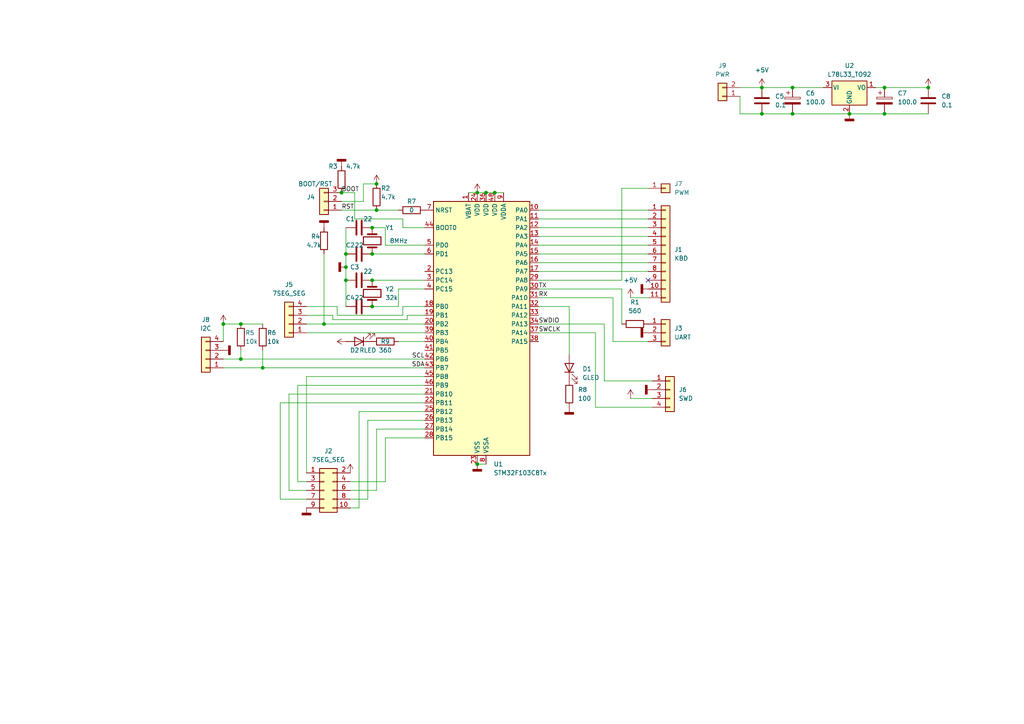
<source format=kicad_sch>
(kicad_sch (version 20230121) (generator eeschema)
  (paper "A4")
  (lib_symbols
    (symbol "Connector_Generic:Conn_01x01" (pin_names (offset 1.016) hide)
      (property "Reference" "J" (at 0 2.54 0))
      (property "Value" "Conn_01x01" (at 0 -2.54 0))
      (symbol "Conn_01x01_1_1"
        (rectangle (start -1.27 0.127) (end 0 -0.127) (stroke (width 0.1524)))
        (rectangle (start -1.27 1.27) (end 1.27 -1.27) (stroke (width 0.254)) (fill (type background)))
        (pin passive line (at -5.08 0 0) (length 3.81) (name "Pin_1") (number "1"))
      )
    )
    (symbol "Connector_Generic:Conn_01x02" (pin_names (offset 1.016) hide)
      (property "Reference" "J" (at 0 2.54 0))
      (property "Value" "Conn_01x02" (at 0 -5.08 0))
      (symbol "Conn_01x02_1_1"
        (rectangle (start -1.27 -2.413) (end 0 -2.667) (stroke (width 0.1524)))
        (rectangle (start -1.27 0.127) (end 0 -0.127) (stroke (width 0.1524)))
        (rectangle (start -1.27 1.27) (end 1.27 -3.81) (stroke (width 0.254)) (fill (type background)))
        (pin passive line (at -5.08 0 0) (length 3.81) (name "Pin_1") (number "1"))
        (pin passive line (at -5.08 -2.54 0) (length 3.81) (name "Pin_2") (number "2"))
      )
    )
    (symbol "Connector_Generic:Conn_01x03" (pin_names (offset 1.016) hide)
      (property "Reference" "J" (at 0 5.08 0))
      (property "Value" "Conn_01x03" (at 0 -5.08 0))
      (symbol "Conn_01x03_1_1"
        (rectangle (start -1.27 -2.413) (end 0 -2.667) (stroke (width 0.1524)))
        (rectangle (start -1.27 0.127) (end 0 -0.127) (stroke (width 0.1524)))
        (rectangle (start -1.27 2.667) (end 0 2.413) (stroke (width 0.1524)))
        (rectangle (start -1.27 3.81) (end 1.27 -3.81) (stroke (width 0.254)) (fill (type background)))
        (pin passive line (at -5.08 2.54 0) (length 3.81) (name "Pin_1") (number "1"))
        (pin passive line (at -5.08 0 0) (length 3.81) (name "Pin_2") (number "2"))
        (pin passive line (at -5.08 -2.54 0) (length 3.81) (name "Pin_3") (number "3"))
      )
    )
    (symbol "Connector_Generic:Conn_01x04" (pin_names (offset 1.016) hide)
      (property "Reference" "J" (at 0 5.08 0))
      (property "Value" "Conn_01x04" (at 0 -7.62 0))
      (symbol "Conn_01x04_1_1"
        (rectangle (start -1.27 -4.953) (end 0 -5.207) (stroke (width 0.1524)))
        (rectangle (start -1.27 -2.413) (end 0 -2.667) (stroke (width 0.1524)))
        (rectangle (start -1.27 0.127) (end 0 -0.127) (stroke (width 0.1524)))
        (rectangle (start -1.27 2.667) (end 0 2.413) (stroke (width 0.1524)))
        (rectangle (start -1.27 3.81) (end 1.27 -6.35) (stroke (width 0.254)) (fill (type background)))
        (pin passive line (at -5.08 2.54 0) (length 3.81) (name "Pin_1") (number "1"))
        (pin passive line (at -5.08 0 0) (length 3.81) (name "Pin_2") (number "2"))
        (pin passive line (at -5.08 -2.54 0) (length 3.81) (name "Pin_3") (number "3"))
        (pin passive line (at -5.08 -5.08 0) (length 3.81) (name "Pin_4") (number "4"))
      )
    )
    (symbol "Connector_Generic:Conn_01x11" (pin_names (offset 1.016) hide)
      (property "Reference" "J" (at 0 15.24 0))
      (property "Value" "Conn_01x11" (at 0 -15.24 0))
      (symbol "Conn_01x11_1_1"
        (rectangle (start -1.27 -12.573) (end 0 -12.827) (stroke (width 0.1524)))
        (rectangle (start -1.27 -10.033) (end 0 -10.287) (stroke (width 0.1524)))
        (rectangle (start -1.27 -7.493) (end 0 -7.747) (stroke (width 0.1524)))
        (rectangle (start -1.27 -4.953) (end 0 -5.207) (stroke (width 0.1524)))
        (rectangle (start -1.27 -2.413) (end 0 -2.667) (stroke (width 0.1524)))
        (rectangle (start -1.27 0.127) (end 0 -0.127) (stroke (width 0.1524)))
        (rectangle (start -1.27 2.667) (end 0 2.413) (stroke (width 0.1524)))
        (rectangle (start -1.27 5.207) (end 0 4.953) (stroke (width 0.1524)))
        (rectangle (start -1.27 7.747) (end 0 7.493) (stroke (width 0.1524)))
        (rectangle (start -1.27 10.287) (end 0 10.033) (stroke (width 0.1524)))
        (rectangle (start -1.27 12.827) (end 0 12.573) (stroke (width 0.1524)))
        (rectangle (start -1.27 13.97) (end 1.27 -13.97) (stroke (width 0.254)) (fill (type background)))
        (pin passive line (at -5.08 12.7 0) (length 3.81) (name "Pin_1") (number "1"))
        (pin passive line (at -5.08 -10.16 0) (length 3.81) (name "Pin_10") (number "10"))
        (pin passive line (at -5.08 -12.7 0) (length 3.81) (name "Pin_11") (number "11"))
        (pin passive line (at -5.08 10.16 0) (length 3.81) (name "Pin_2") (number "2"))
        (pin passive line (at -5.08 7.62 0) (length 3.81) (name "Pin_3") (number "3"))
        (pin passive line (at -5.08 5.08 0) (length 3.81) (name "Pin_4") (number "4"))
        (pin passive line (at -5.08 2.54 0) (length 3.81) (name "Pin_5") (number "5"))
        (pin passive line (at -5.08 0 0) (length 3.81) (name "Pin_6") (number "6"))
        (pin passive line (at -5.08 -2.54 0) (length 3.81) (name "Pin_7") (number "7"))
        (pin passive line (at -5.08 -5.08 0) (length 3.81) (name "Pin_8") (number "8"))
        (pin passive line (at -5.08 -7.62 0) (length 3.81) (name "Pin_9") (number "9"))
      )
    )
    (symbol "Connector_Generic:Conn_02x05_Odd_Even" (pin_names (offset 1.016) hide)
      (property "Reference" "J" (at 1.27 7.62 0))
      (property "Value" "Conn_02x05_Odd_Even" (at 1.27 -7.62 0))
      (symbol "Conn_02x05_Odd_Even_1_1"
        (rectangle (start -1.27 -4.953) (end 0 -5.207) (stroke (width 0.1524)))
        (rectangle (start -1.27 -2.413) (end 0 -2.667) (stroke (width 0.1524)))
        (rectangle (start -1.27 0.127) (end 0 -0.127) (stroke (width 0.1524)))
        (rectangle (start -1.27 2.667) (end 0 2.413) (stroke (width 0.1524)))
        (rectangle (start -1.27 5.207) (end 0 4.953) (stroke (width 0.1524)))
        (rectangle (start -1.27 6.35) (end 3.81 -6.35) (stroke (width 0.254)) (fill (type background)))
        (rectangle (start 3.81 -4.953) (end 2.54 -5.207) (stroke (width 0.1524)))
        (rectangle (start 3.81 -2.413) (end 2.54 -2.667) (stroke (width 0.1524)))
        (rectangle (start 3.81 0.127) (end 2.54 -0.127) (stroke (width 0.1524)))
        (rectangle (start 3.81 2.667) (end 2.54 2.413) (stroke (width 0.1524)))
        (rectangle (start 3.81 5.207) (end 2.54 4.953) (stroke (width 0.1524)))
        (pin passive line (at -5.08 5.08 0) (length 3.81) (name "Pin_1") (number "1"))
        (pin passive line (at 7.62 -5.08 180) (length 3.81) (name "Pin_10") (number "10"))
        (pin passive line (at 7.62 5.08 180) (length 3.81) (name "Pin_2") (number "2"))
        (pin passive line (at -5.08 2.54 0) (length 3.81) (name "Pin_3") (number "3"))
        (pin passive line (at 7.62 2.54 180) (length 3.81) (name "Pin_4") (number "4"))
        (pin passive line (at -5.08 0 0) (length 3.81) (name "Pin_5") (number "5"))
        (pin passive line (at 7.62 0 180) (length 3.81) (name "Pin_6") (number "6"))
        (pin passive line (at -5.08 -2.54 0) (length 3.81) (name "Pin_7") (number "7"))
        (pin passive line (at 7.62 -2.54 180) (length 3.81) (name "Pin_8") (number "8"))
        (pin passive line (at -5.08 -5.08 0) (length 3.81) (name "Pin_9") (number "9"))
      )
    )
    (symbol "Device:C" (pin_numbers hide) (pin_names (offset 0.254))
      (property "Reference" "C" (at 0.635 2.54 0))
      (property "Value" "C" (at 0.635 -2.54 0))
      (symbol "C_0_1"
        (polyline (pts (xy -2.032 -0.762) (xy 2.032 -0.762)) (stroke (width 0.508)))
        (polyline (pts (xy -2.032 0.762) (xy 2.032 0.762)) (stroke (width 0.508)))
      )
      (symbol "C_1_1"
        (pin passive line (at 0 3.81 270) (length 2.794) (name "~") (number "1"))
        (pin passive line (at 0 -3.81 90) (length 2.794) (name "~") (number "2"))
      )
    )
    (symbol "Device:C_Polarized" (pin_numbers hide) (pin_names (offset 0.254))
      (property "Reference" "C" (at 0.635 2.54 0))
      (property "Value" "C_Polarized" (at 0.635 -2.54 0))
      (symbol "C_Polarized_0_1"
        (rectangle (start -2.286 0.508) (end 2.286 1.016))
        (polyline (pts (xy -1.778 2.286) (xy -0.762 2.286)))
        (polyline (pts (xy -1.27 2.794) (xy -1.27 1.778)))
        (rectangle (start 2.286 -0.508) (end -2.286 -1.016) (fill (type outline)))
      )
      (symbol "C_Polarized_1_1"
        (pin passive line (at 0 3.81 270) (length 2.794) (name "~") (number "1"))
        (pin passive line (at 0 -3.81 90) (length 2.794) (name "~") (number "2"))
      )
    )
    (symbol "Device:Crystal" (pin_numbers hide) (pin_names (offset 1.016) hide)
      (property "Reference" "Y" (at 0 3.81 0))
      (property "Value" "Crystal" (at 0 -3.81 0))
      (symbol "Crystal_0_1"
        (rectangle (start -1.143 2.54) (end 1.143 -2.54) (stroke (width 0.3048)))
        (polyline (pts (xy -2.54 0) (xy -1.905 0)))
        (polyline (pts (xy -1.905 -1.27) (xy -1.905 1.27)) (stroke (width 0.508)))
        (polyline (pts (xy 1.905 -1.27) (xy 1.905 1.27)) (stroke (width 0.508)))
        (polyline (pts (xy 2.54 0) (xy 1.905 0)))
      )
      (symbol "Crystal_1_1"
        (pin passive line (at -3.81 0 0) (length 1.27) (name "1") (number "1"))
        (pin passive line (at 3.81 0 180) (length 1.27) (name "2") (number "2"))
      )
    )
    (symbol "Device:LED" (pin_numbers hide) (pin_names (offset 1.016) hide)
      (property "Reference" "D" (at 0 2.54 0))
      (property "Value" "LED" (at 0 -2.54 0))
      (symbol "LED_0_1"
        (polyline (pts (xy -1.27 -1.27) (xy -1.27 1.27)) (stroke (width 0.254)))
        (polyline (pts (xy -1.27 0) (xy 1.27 0)))
        (polyline (pts (xy 1.27 -1.27) (xy 1.27 1.27) (xy -1.27 0) (xy 1.27 -1.27)) (stroke (width 0.254)))
        (polyline (pts (xy -3.048 -0.762) (xy -4.572 -2.286) (xy -3.81 -2.286) (xy -4.572 -2.286) (xy -4.572 -1.524)))
        (polyline (pts (xy -1.778 -0.762) (xy -3.302 -2.286) (xy -2.54 -2.286) (xy -3.302 -2.286) (xy -3.302 -1.524)))
      )
      (symbol "LED_1_1"
        (pin passive line (at -3.81 0 0) (length 2.54) (name "K") (number "1"))
        (pin passive line (at 3.81 0 180) (length 2.54) (name "A") (number "2"))
      )
    )
    (symbol "Device:R" (pin_numbers hide) (pin_names (offset 0))
      (property "Reference" "R" (at 2.032 0 90))
      (property "Value" "R" (at 0 0 90))
      (symbol "R_0_1"
        (rectangle (start -1.016 -2.54) (end 1.016 2.54) (stroke (width 0.254)))
      )
      (symbol "R_1_1"
        (pin passive line (at 0 3.81 270) (length 1.27) (name "~") (number "1"))
        (pin passive line (at 0 -3.81 90) (length 1.27) (name "~") (number "2"))
      )
    )
    (symbol "MCU_ST_STM32F1:STM32F103C8Tx"
      (property "Reference" "U" (at -12.7 39.37 0))
      (property "Value" "STM32F103C8Tx" (at 10.16 39.37 0))
      (symbol "STM32F103C8Tx_0_1"
        (rectangle (start -12.7 -35.56) (end 15.24 38.1) (stroke (width 0.254)) (fill (type background)))
      )
      (symbol "STM32F103C8Tx_1_1"
        (pin power_in line (at -2.54 40.64 270) (length 2.54) (name "VBAT") (number "1"))
        (pin bidirectional line (at 17.78 35.56 180) (length 2.54) (name "PA0") (number "10"))
        (pin bidirectional line (at 17.78 33.02 180) (length 2.54) (name "PA1") (number "11"))
        (pin bidirectional line (at 17.78 30.48 180) (length 2.54) (name "PA2") (number "12"))
        (pin bidirectional line (at 17.78 27.94 180) (length 2.54) (name "PA3") (number "13"))
        (pin bidirectional line (at 17.78 25.4 180) (length 2.54) (name "PA4") (number "14"))
        (pin bidirectional line (at 17.78 22.86 180) (length 2.54) (name "PA5") (number "15"))
        (pin bidirectional line (at 17.78 20.32 180) (length 2.54) (name "PA6") (number "16"))
        (pin bidirectional line (at 17.78 17.78 180) (length 2.54) (name "PA7") (number "17"))
        (pin bidirectional line (at -15.24 7.62 0) (length 2.54) (name "PB0") (number "18"))
        (pin bidirectional line (at -15.24 5.08 0) (length 2.54) (name "PB1") (number "19"))
        (pin bidirectional line (at -15.24 17.78 0) (length 2.54) (name "PC13") (number "2"))
        (pin bidirectional line (at -15.24 2.54 0) (length 2.54) (name "PB2") (number "20"))
        (pin bidirectional line (at -15.24 -17.78 0) (length 2.54) (name "PB10") (number "21"))
        (pin bidirectional line (at -15.24 -20.32 0) (length 2.54) (name "PB11") (number "22"))
        (pin power_in line (at 0 -38.1 90) (length 2.54) (name "VSS") (number "23"))
        (pin power_in line (at 0 40.64 270) (length 2.54) (name "VDD") (number "24"))
        (pin bidirectional line (at -15.24 -22.86 0) (length 2.54) (name "PB12") (number "25"))
        (pin bidirectional line (at -15.24 -25.4 0) (length 2.54) (name "PB13") (number "26"))
        (pin bidirectional line (at -15.24 -27.94 0) (length 2.54) (name "PB14") (number "27"))
        (pin bidirectional line (at -15.24 -30.48 0) (length 2.54) (name "PB15") (number "28"))
        (pin bidirectional line (at 17.78 15.24 180) (length 2.54) (name "PA8") (number "29"))
        (pin bidirectional line (at -15.24 15.24 0) (length 2.54) (name "PC14") (number "3"))
        (pin bidirectional line (at 17.78 12.7 180) (length 2.54) (name "PA9") (number "30"))
        (pin bidirectional line (at 17.78 10.16 180) (length 2.54) (name "PA10") (number "31"))
        (pin bidirectional line (at 17.78 7.62 180) (length 2.54) (name "PA11") (number "32"))
        (pin bidirectional line (at 17.78 5.08 180) (length 2.54) (name "PA12") (number "33"))
        (pin bidirectional line (at 17.78 2.54 180) (length 2.54) (name "PA13") (number "34"))
        (pin passive line (at 0 -38.1 90) (length 2.54) hide (name "VSS") (number "35"))
        (pin power_in line (at 2.54 40.64 270) (length 2.54) (name "VDD") (number "36"))
        (pin bidirectional line (at 17.78 0 180) (length 2.54) (name "PA14") (number "37"))
        (pin bidirectional line (at 17.78 -2.54 180) (length 2.54) (name "PA15") (number "38"))
        (pin bidirectional line (at -15.24 0 0) (length 2.54) (name "PB3") (number "39"))
        (pin bidirectional line (at -15.24 12.7 0) (length 2.54) (name "PC15") (number "4"))
        (pin bidirectional line (at -15.24 -2.54 0) (length 2.54) (name "PB4") (number "40"))
        (pin bidirectional line (at -15.24 -5.08 0) (length 2.54) (name "PB5") (number "41"))
        (pin bidirectional line (at -15.24 -7.62 0) (length 2.54) (name "PB6") (number "42"))
        (pin bidirectional line (at -15.24 -10.16 0) (length 2.54) (name "PB7") (number "43"))
        (pin input line (at -15.24 30.48 0) (length 2.54) (name "BOOT0") (number "44"))
        (pin bidirectional line (at -15.24 -12.7 0) (length 2.54) (name "PB8") (number "45"))
        (pin bidirectional line (at -15.24 -15.24 0) (length 2.54) (name "PB9") (number "46"))
        (pin passive line (at 0 -38.1 90) (length 2.54) hide (name "VSS") (number "47"))
        (pin power_in line (at 5.08 40.64 270) (length 2.54) (name "VDD") (number "48"))
        (pin bidirectional line (at -15.24 25.4 0) (length 2.54) (name "PD0") (number "5"))
        (pin bidirectional line (at -15.24 22.86 0) (length 2.54) (name "PD1") (number "6"))
        (pin input line (at -15.24 35.56 0) (length 2.54) (name "NRST") (number "7"))
        (pin power_in line (at 2.54 -38.1 90) (length 2.54) (name "VSSA") (number "8"))
        (pin power_in line (at 7.62 40.64 270) (length 2.54) (name "VDDA") (number "9"))
      )
    )
    (symbol "Regulator_Linear:L78L33_TO92" (pin_names (offset 0.254))
      (property "Reference" "U" (at -3.81 3.175 0))
      (property "Value" "L78L33_TO92" (at 0 3.175 0))
      (symbol "L78L33_TO92_0_1"
        (rectangle (start -5.08 -5.08) (end 5.08 1.905) (stroke (width 0.254)) (fill (type background)))
      )
      (symbol "L78L33_TO92_1_1"
        (pin power_out line (at 7.62 0 180) (length 2.54) (name "VO") (number "1"))
        (pin power_in line (at 0 -7.62 90) (length 2.54) (name "GND") (number "2"))
        (pin power_in line (at -7.62 0 0) (length 2.54) (name "VI") (number "3"))
      )
    )
    (symbol "power:+5V" (power) (pin_names (offset 0))
      (property "Value" "+5V" (at 0 3.556 0))
      (symbol "+5V_0_1"
        (polyline (pts (xy -0.762 1.27) (xy 0 2.54)))
        (polyline (pts (xy 0 0) (xy 0 2.54)))
        (polyline (pts (xy 0 2.54) (xy 0.762 1.27)))
      )
      (symbol "+5V_1_1"
        (pin power_in line (at 0 0 90) (length 0) hide (name "+5V") (number "1"))
      )
    )
    (symbol "power:GNDD" (power) (pin_names (offset 0))
      (property "Value" "GNDD" (at 0 -3.175 0))
      (symbol "GNDD_0_1"
        (rectangle (start -1.27 -1.524) (end 1.27 -2.032) (stroke (width 0.254)) (fill (type outline)))
        (polyline (pts (xy 0 0) (xy 0 -1.524)))
      )
      (symbol "GNDD_1_1"
        (pin power_in line (at 0 0 270) (length 0) hide (name "GNDD") (number "1"))
      )
    )
    (symbol "power:VCC" (power) (pin_names (offset 0))
      (property "Value" "VCC" (at 0 3.81 0))
      (symbol "VCC_0_1"
        (polyline (pts (xy -0.762 1.27) (xy 0 2.54)))
        (polyline (pts (xy 0 0) (xy 0 2.54)))
        (polyline (pts (xy 0 2.54) (xy 0.762 1.27)))
      )
      (symbol "VCC_1_1"
        (pin power_in line (at 0 0 90) (length 0) hide (name "VCC") (number "1"))
      )
    )
  )
  (junction (at 220.98 33.02))
  (junction (at 64.77 93.98))
  (junction (at 107.95 66.04))
  (junction (at 109.22 60.96))
  (junction (at 93.98 93.98))
  (junction (at 140.97 55.88))
  (junction (at 69.85 93.98))
  (junction (at 109.22 53.34))
  (junction (at 100.33 77.47))
  (junction (at 143.51 55.88))
  (junction (at 246.38 33.02))
  (junction (at 138.43 55.88))
  (junction (at 100.33 73.66))
  (junction (at 256.54 33.02))
  (junction (at 107.95 81.28))
  (junction (at 107.95 88.9))
  (junction (at 229.87 25.4))
  (junction (at 269.24 25.4))
  (junction (at 256.54 25.4))
  (junction (at 107.95 73.66))
  (junction (at 69.85 104.14))
  (junction (at 99.06 55.88))
  (junction (at 76.2 106.68))
  (junction (at 138.43 134.62))
  (junction (at 220.98 25.4))
  (junction (at 229.87 33.02))
  (junction (at 100.33 81.28))
  (no_connect (at 187.96 81.28))
  (wire (pts (xy 156.21 88.9) (xy 165.1 88.9)))
  (wire (pts (xy 123.19 127) (xy 111.76 127)))
  (wire (pts (xy 69.85 101.6) (xy 69.85 104.14)))
  (wire (pts (xy 104.14 147.32) (xy 101.6 147.32)))
  (wire (pts (xy 156.21 78.74) (xy 187.96 78.74)))
  (wire (pts (xy 220.98 33.02) (xy 229.87 33.02)))
  (wire (pts (xy 96.52 91.44) (xy 96.52 92.71)))
  (wire (pts (xy 156.21 68.58) (xy 187.96 68.58)))
  (wire (pts (xy 93.98 93.98) (xy 93.98 73.66)))
  (wire (pts (xy 123.19 109.22) (xy 88.9 109.22)))
  (wire (pts (xy 88.9 88.9) (xy 97.79 88.9)))
  (wire (pts (xy 81.28 144.78) (xy 88.9 144.78)))
  (wire (pts (xy 116.84 88.9) (xy 123.19 88.9)))
  (wire (pts (xy 111.76 127) (xy 111.76 139.7)))
  (wire (pts (xy 106.68 121.92) (xy 106.68 144.78)))
  (wire (pts (xy 165.1 88.9) (xy 165.1 102.87)))
  (wire (pts (xy 214.63 33.02) (xy 220.98 33.02)))
  (wire (pts (xy 100.33 81.28) (xy 100.33 88.9)))
  (wire (pts (xy 64.77 93.98) (xy 69.85 93.98)))
  (wire (pts (xy 254 25.4) (xy 256.54 25.4)))
  (wire (pts (xy 156.21 73.66) (xy 187.96 73.66)))
  (wire (pts (xy 102.87 63.5) (xy 116.84 63.5)))
  (wire (pts (xy 180.34 83.82) (xy 180.34 93.98)))
  (wire (pts (xy 111.76 66.04) (xy 107.95 66.04)))
  (wire (pts (xy 156.21 66.04) (xy 187.96 66.04)))
  (wire (pts (xy 182.88 86.36) (xy 187.96 86.36)))
  (wire (pts (xy 123.19 111.76) (xy 86.36 111.76)))
  (wire (pts (xy 175.26 93.98) (xy 175.26 110.49)))
  (wire (pts (xy 107.95 81.28) (xy 123.19 81.28)))
  (wire (pts (xy 143.51 55.88) (xy 146.05 55.88)))
  (wire (pts (xy 64.77 104.14) (xy 69.85 104.14)))
  (wire (pts (xy 116.84 66.04) (xy 123.19 66.04)))
  (wire (pts (xy 115.57 99.06) (xy 123.19 99.06)))
  (wire (pts (xy 99.06 60.96) (xy 109.22 60.96)))
  (wire (pts (xy 156.21 76.2) (xy 187.96 76.2)))
  (wire (pts (xy 64.77 93.98) (xy 64.77 99.06)))
  (wire (pts (xy 105.41 53.34) (xy 105.41 58.42)))
  (wire (pts (xy 123.19 71.12) (xy 111.76 71.12)))
  (wire (pts (xy 180.34 81.28) (xy 180.34 54.61)))
  (wire (pts (xy 116.84 91.44) (xy 116.84 88.9)))
  (wire (pts (xy 111.76 71.12) (xy 111.76 66.04)))
  (wire (pts (xy 123.19 114.3) (xy 83.82 114.3)))
  (wire (pts (xy 177.8 86.36) (xy 177.8 99.06)))
  (wire (pts (xy 177.8 99.06) (xy 187.96 99.06)))
  (wire (pts (xy 69.85 104.14) (xy 123.19 104.14)))
  (wire (pts (xy 172.72 118.11) (xy 189.23 118.11)))
  (wire (pts (xy 118.11 92.71) (xy 118.11 91.44)))
  (wire (pts (xy 214.63 25.4) (xy 220.98 25.4)))
  (wire (pts (xy 156.21 96.52) (xy 172.72 96.52)))
  (wire (pts (xy 118.11 91.44) (xy 123.19 91.44)))
  (wire (pts (xy 115.57 83.82) (xy 115.57 88.9)))
  (wire (pts (xy 97.79 91.44) (xy 116.84 91.44)))
  (wire (pts (xy 123.19 121.92) (xy 106.68 121.92)))
  (wire (pts (xy 115.57 88.9) (xy 107.95 88.9)))
  (wire (pts (xy 76.2 106.68) (xy 123.19 106.68)))
  (wire (pts (xy 246.38 33.02) (xy 256.54 33.02)))
  (wire (pts (xy 256.54 25.4) (xy 269.24 25.4)))
  (wire (pts (xy 100.33 66.04) (xy 100.33 73.66)))
  (wire (pts (xy 109.22 142.24) (xy 101.6 142.24)))
  (wire (pts (xy 256.54 33.02) (xy 269.24 33.02)))
  (wire (pts (xy 88.9 91.44) (xy 96.52 91.44)))
  (wire (pts (xy 214.63 27.94) (xy 214.63 33.02)))
  (wire (pts (xy 156.21 63.5) (xy 187.96 63.5)))
  (wire (pts (xy 97.79 88.9) (xy 97.79 91.44)))
  (wire (pts (xy 172.72 96.52) (xy 172.72 118.11)))
  (wire (pts (xy 116.84 63.5) (xy 116.84 66.04)))
  (wire (pts (xy 229.87 33.02) (xy 246.38 33.02)))
  (wire (pts (xy 102.87 55.88) (xy 99.06 55.88)))
  (wire (pts (xy 156.21 60.96) (xy 187.96 60.96)))
  (wire (pts (xy 69.85 93.98) (xy 76.2 93.98)))
  (wire (pts (xy 86.36 111.76) (xy 86.36 139.7)))
  (wire (pts (xy 64.77 106.68) (xy 76.2 106.68)))
  (wire (pts (xy 106.68 144.78) (xy 101.6 144.78)))
  (wire (pts (xy 107.95 73.66) (xy 123.19 73.66)))
  (wire (pts (xy 123.19 119.38) (xy 104.14 119.38)))
  (wire (pts (xy 109.22 124.46) (xy 109.22 142.24)))
  (wire (pts (xy 156.21 93.98) (xy 175.26 93.98)))
  (wire (pts (xy 76.2 101.6) (xy 76.2 106.68)))
  (wire (pts (xy 182.88 115.57) (xy 189.23 115.57)))
  (wire (pts (xy 123.19 83.82) (xy 115.57 83.82)))
  (wire (pts (xy 83.82 114.3) (xy 83.82 142.24)))
  (wire (pts (xy 100.33 77.47) (xy 100.33 81.28)))
  (wire (pts (xy 175.26 110.49) (xy 189.23 110.49)))
  (wire (pts (xy 229.87 25.4) (xy 238.76 25.4)))
  (wire (pts (xy 138.43 134.62) (xy 140.97 134.62)))
  (wire (pts (xy 105.41 58.42) (xy 99.06 58.42)))
  (wire (pts (xy 123.19 116.84) (xy 81.28 116.84)))
  (wire (pts (xy 138.43 55.88) (xy 140.97 55.88)))
  (wire (pts (xy 100.33 73.66) (xy 100.33 77.47)))
  (wire (pts (xy 109.22 60.96) (xy 115.57 60.96)))
  (wire (pts (xy 104.14 119.38) (xy 104.14 147.32)))
  (wire (pts (xy 135.89 55.88) (xy 138.43 55.88)))
  (wire (pts (xy 109.22 53.34) (xy 105.41 53.34)))
  (wire (pts (xy 83.82 142.24) (xy 88.9 142.24)))
  (wire (pts (xy 96.52 92.71) (xy 118.11 92.71)))
  (wire (pts (xy 102.87 55.88) (xy 102.87 63.5)))
  (wire (pts (xy 140.97 55.88) (xy 143.51 55.88)))
  (wire (pts (xy 86.36 139.7) (xy 88.9 139.7)))
  (wire (pts (xy 220.98 25.4) (xy 229.87 25.4)))
  (wire (pts (xy 156.21 83.82) (xy 180.34 83.82)))
  (wire (pts (xy 180.34 54.61) (xy 187.96 54.61)))
  (wire (pts (xy 123.19 93.98) (xy 93.98 93.98)))
  (wire (pts (xy 88.9 96.52) (xy 123.19 96.52)))
  (wire (pts (xy 88.9 109.22) (xy 88.9 137.16)))
  (wire (pts (xy 81.28 116.84) (xy 81.28 144.78)))
  (wire (pts (xy 156.21 71.12) (xy 187.96 71.12)))
  (wire (pts (xy 156.21 81.28) (xy 180.34 81.28)))
  (wire (pts (xy 88.9 93.98) (xy 93.98 93.98)))
  (wire (pts (xy 123.19 124.46) (xy 109.22 124.46)))
  (wire (pts (xy 111.76 139.7) (xy 101.6 139.7)))
  (wire (pts (xy 156.21 86.36) (xy 177.8 86.36)))
  (label "TX" (at 156.21 83.82 0))
  (label "SWDIO" (at 156.21 93.98 0))
  (label "BOOT" (at 99.06 55.88 0))
  (label "RX" (at 156.21 86.36 0))
  (label "RST" (at 99.06 60.96 0))
  (label "SDA" (at 123.19 106.68 180))
  (label "SCL" (at 123.19 104.14 180))
  (label "SWCLK" (at 156.21 96.52 0))
  (symbol (lib_id "Device:R") (at 99.06 52.07 180) (unit 1)
    (property "Reference" "R3" (at 95.25 48.26 0) (effects (justify right)))
    (property "Value" "4.7k" (at 100.33 48.26 0) (effects (justify right)))
    (property "Footprint" "Resistor_SMD:R_0805_2012Metric" (effects hide))
  )
  (symbol (lib_id "power:VCC") (at 269.24 25.4 0) (unit 1)
    (property "Reference" "#PWR018" (effects hide))
    (property "Value" "VCC" (effects hide))
  )
  (symbol (lib_id "power:VCC") (at 64.77 93.98 0) (unit 1)
    (property "Reference" "#PWR015" (effects hide))
    (property "Value" "VCC" (effects hide))
  )
  (symbol (lib_id "Device:R") (at 109.22 57.15 180) (unit 1)
    (property "Reference" "R2" (at 110.49 54.61 0) (effects (justify right)))
    (property "Value" "4.7k" (at 110.49 57.15 0) (effects (justify right)))
    (property "Footprint" "Resistor_SMD:R_0805_2012Metric" (effects hide))
  )
  (symbol (lib_id "power:GNDD") (at 165.1 118.11 0) (unit 1)
    (property "Reference" "#PWR019" (effects hide))
    (property "Value" "GNDD" (effects hide))
  )
  (symbol (lib_id "Device:R") (at 111.76 99.06 270) (unit 1)
    (property "Reference" "R9" (at 111.76 99.06 90))
    (property "Value" "360" (at 111.76 101.6 90))
    (property "Footprint" "Resistor_SMD:R_0805_2012Metric" (effects hide))
  )
  (symbol (lib_id "Device:C") (at 220.98 29.21 0) (unit 1)
    (property "Reference" "C5" (at 224.79 27.94 0) (effects (justify left)))
    (property "Value" "0.1" (at 224.79 30.48 0) (effects (justify left)))
    (property "Footprint" "Capacitor_THT:C_Disc_D7.0mm_W2.5mm_P5.00mm" (effects hide))
  )
  (symbol (lib_id "Regulator_Linear:L78L33_TO92") (at 246.38 25.4 0) (unit 1)
    (property "Reference" "U2" (at 246.38 19.05 0))
    (property "Value" "L78L33_TO92" (at 246.38 21.59 0))
    (property "Footprint" "Package_TO_SOT_THT:TO-92_Inline_Wide" (effects hide))
    (property "Datasheet" "http://www.st.com/content/ccc/resource/technical/document/datasheet/15/55/e5/aa/23/5b/43/fd/CD00000446.pdf/files/CD00000446.pdf/jcr:content/translations/en.CD00000446.pdf" (effects hide))
  )
  (symbol (lib_id "power:GNDD") (at 189.23 113.03 270) (unit 1)
    (property "Reference" "#PWR012" (effects hide))
    (property "Value" "GNDD" (effects hide))
  )
  (symbol (lib_id "power:GNDD") (at 88.9 147.32 0) (unit 1)
    (property "Reference" "#PWR05" (effects hide))
    (property "Value" "GNDD" (effects hide))
  )
  (symbol (lib_id "Connector_Generic:Conn_02x05_Odd_Even") (at 93.98 142.24 0) (unit 1)
    (property "Reference" "J2" (at 95.25 130.81 0))
    (property "Value" "7SEG_SEG" (at 95.25 133.35 0))
    (property "Footprint" "Connector_PinHeader_2.54mm:PinHeader_2x05_P2.54mm_Vertical" (effects hide))
  )
  (symbol (lib_id "Connector_Generic:Conn_01x04") (at 83.82 93.98 180) (unit 1)
    (property "Reference" "J5" (at 83.82 82.55 0))
    (property "Value" "7SEG_SEG" (at 83.82 85.09 0))
    (property "Footprint" "Connector_PinHeader_2.54mm:PinHeader_1x04_P2.54mm_Vertical" (effects hide))
  )
  (symbol (lib_id "power:VCC") (at 101.6 137.16 0) (unit 1)
    (property "Reference" "#PWR02" (effects hide))
    (property "Value" "VCC" (effects hide))
  )
  (symbol (lib_id "power:VCC") (at 138.43 55.88 0) (unit 1)
    (property "Reference" "#PWR04" (effects hide))
    (property "Value" "VCC" (effects hide))
  )
  (symbol (lib_id "Device:R") (at 76.2 97.79 180) (unit 1)
    (property "Reference" "R6" (at 77.47 96.52 0) (effects (justify right)))
    (property "Value" "10k" (at 77.47 99.06 0) (effects (justify right)))
    (property "Footprint" "Resistor_SMD:R_0805_2012Metric" (effects hide))
  )
  (symbol (lib_id "power:GNDD") (at 100.33 77.47 270) (unit 1)
    (property "Reference" "#PWR011" (effects hide))
    (property "Value" "GNDD" (effects hide))
  )
  (symbol (lib_id "power:GNDD") (at 99.06 48.26 180) (unit 1)
    (property "Reference" "#PWR09" (effects hide))
    (property "Value" "GNDD" (effects hide))
  )
  (symbol (lib_id "Device:R") (at 184.15 93.98 90) (unit 1)
    (property "Reference" "R1" (at 184.15 87.63 90))
    (property "Value" "560" (at 184.15 90.17 90))
    (property "Footprint" "Resistor_SMD:R_0805_2012Metric" (effects hide))
  )
  (symbol (lib_id "power:GNDD") (at 187.96 96.52 270) (unit 1)
    (property "Reference" "#PWR07" (effects hide))
    (property "Value" "GNDD" (effects hide))
  )
  (symbol (lib_id "Device:C") (at 104.14 88.9 90) (unit 1)
    (property "Reference" "C4" (at 101.6 86.36 90))
    (property "Value" "22" (at 104.14 86.36 90))
    (property "Footprint" "Capacitor_THT:C_Disc_D5.0mm_W2.5mm_P2.50mm" (effects hide))
  )
  (symbol (lib_id "Connector_Generic:Conn_01x02") (at 209.55 27.94 180) (unit 1)
    (property "Reference" "J9" (at 209.55 19.05 0))
    (property "Value" "PWR" (at 209.55 21.59 0))
    (property "Footprint" "TerminalBlock_Philmore:TerminalBlock_Philmore_TB132_1x02_P5.00mm_Horizontal" (effects hide))
  )
  (symbol (lib_id "Device:R") (at 69.85 97.79 180) (unit 1)
    (property "Reference" "R5" (at 71.12 96.52 0) (effects (justify right)))
    (property "Value" "10k" (at 71.12 99.06 0) (effects (justify right)))
    (property "Footprint" "Resistor_SMD:R_0805_2012Metric" (effects hide))
  )
  (symbol (lib_id "Connector_Generic:Conn_01x03") (at 193.04 96.52 0) (unit 1)
    (property "Reference" "J3" (at 195.58 95.25 0) (effects (justify left)))
    (property "Value" "UART" (at 195.58 97.79 0) (effects (justify left)))
    (property "Footprint" "Connector_PinHeader_2.54mm:PinHeader_1x03_P2.54mm_Vertical" (effects hide))
  )
  (symbol (lib_id "Device:C") (at 104.14 81.28 90) (unit 1)
    (property "Reference" "C3" (at 102.87 77.47 90))
    (property "Value" "22" (at 106.68 78.74 90))
    (property "Footprint" "Capacitor_THT:C_Disc_D5.0mm_W2.5mm_P2.50mm" (effects hide))
  )
  (symbol (lib_id "Device:C") (at 269.24 29.21 0) (unit 1)
    (property "Reference" "C8" (at 273.05 27.94 0) (effects (justify left)))
    (property "Value" "0.1" (at 273.05 30.48 0) (effects (justify left)))
    (property "Footprint" "Capacitor_THT:C_Disc_D7.0mm_W2.5mm_P5.00mm" (effects hide))
  )
  (symbol (lib_id "Device:LED") (at 104.14 99.06 180) (unit 1)
    (property "Reference" "D2" (at 102.87 101.6 0))
    (property "Value" "RLED" (at 106.68 101.6 0))
    (property "Footprint" "LED_SMD:LED_1206_3216Metric" (effects hide))
  )
  (symbol (lib_id "Device:R") (at 165.1 114.3 180) (unit 1)
    (property "Reference" "R8" (at 167.64 113.03 0) (effects (justify right)))
    (property "Value" "100" (at 167.64 115.57 0) (effects (justify right)))
    (property "Footprint" "Resistor_SMD:R_0805_2012Metric" (effects hide))
  )
  (symbol (lib_id "Connector_Generic:Conn_01x01") (at 193.04 54.61 0) (unit 1)
    (property "Reference" "J7" (at 195.58 53.34 0) (effects (justify left)))
    (property "Value" "PWM" (at 195.58 55.88 0) (effects (justify left)))
    (property "Footprint" "Connector_PinHeader_2.54mm:PinHeader_1x01_P2.54mm_Vertical" (effects hide))
  )
  (symbol (lib_id "Connector_Generic:Conn_01x04") (at 59.69 104.14 180) (unit 1)
    (property "Reference" "J8" (at 59.69 92.71 0))
    (property "Value" "I2C" (at 59.69 95.25 0))
    (property "Footprint" "Connector_PinHeader_2.54mm:PinHeader_1x04_P2.54mm_Vertical" (effects hide))
  )
  (symbol (lib_id "power:GNDD") (at 93.98 66.04 180) (unit 1)
    (property "Reference" "#PWR010" (effects hide))
    (property "Value" "GNDD" (effects hide))
  )
  (symbol (lib_id "power:+5V") (at 220.98 25.4 0) (unit 1)
    (property "Reference" "#PWR017" (effects hide))
    (property "Value" "+5V" (at 220.98 20.32 0))
  )
  (symbol (lib_id "power:VCC") (at 182.88 115.57 0) (unit 1)
    (property "Reference" "#PWR013" (effects hide))
    (property "Value" "VCC" (effects hide))
  )
  (symbol (lib_id "power:VCC") (at 100.33 99.06 90) (unit 1)
    (property "Reference" "#PWR020" (effects hide))
    (property "Value" "VCC" (effects hide))
  )
  (symbol (lib_id "Device:Crystal") (at 107.95 69.85 90) (unit 1)
    (property "Reference" "Y1" (at 111.76 66.04 90) (effects (justify right)))
    (property "Value" "8MHz" (at 113.03 69.85 90) (effects (justify right)))
    (property "Footprint" "Crystal:Crystal_HC18-U_Vertical" (effects hide))
  )
  (symbol (lib_id "power:+5V") (at 182.88 86.36 0) (unit 1)
    (property "Reference" "#PWR06" (effects hide))
    (property "Value" "+5V" (at 182.88 81.28 0))
  )
  (symbol (lib_id "Device:R") (at 119.38 60.96 270) (unit 1)
    (property "Reference" "R7" (at 119.38 58.42 90))
    (property "Value" "0" (at 119.38 60.96 90))
    (property "Footprint" "Resistor_SMD:R_0805_2012Metric" (effects hide))
  )
  (symbol (lib_id "Device:R") (at 93.98 69.85 180) (unit 1)
    (property "Reference" "R4" (at 90.17 68.58 0) (effects (justify right)))
    (property "Value" "4.7k" (at 88.9 71.12 0) (effects (justify right)))
    (property "Footprint" "Resistor_SMD:R_0805_2012Metric" (effects hide))
  )
  (symbol (lib_id "Connector_Generic:Conn_01x03") (at 93.98 58.42 180) (unit 1)
    (property "Reference" "J4" (at 90.17 57.15 0))
    (property "Value" "BOOT/RST" (at 91.44 53.34 0))
    (property "Footprint" "Connector_PinHeader_2.54mm:PinHeader_1x03_P2.54mm_Vertical" (effects hide))
  )
  (symbol (lib_id "Connector_Generic:Conn_01x11") (at 193.04 73.66 0) (unit 1)
    (property "Reference" "J1" (at 195.58 72.39 0) (effects (justify left)))
    (property "Value" "KBD" (at 195.58 74.93 0) (effects (justify left)))
    (property "Footprint" "Connector_PinHeader_2.54mm:PinHeader_1x11_P2.54mm_Horizontal" (effects hide))
  )
  (symbol (lib_id "Device:C_Polarized") (at 256.54 29.21 0) (unit 1)
    (property "Reference" "C7" (at 260.35 27.051 0) (effects (justify left)))
    (property "Value" "100.0" (at 260.35 29.591 0) (effects (justify left)))
    (property "Footprint" "Capacitor_THT:CP_Radial_D6.3mm_P2.50mm" (effects hide))
  )
  (symbol (lib_id "power:VCC") (at 109.22 53.34 0) (unit 1)
    (property "Reference" "#PWR08" (effects hide))
    (property "Value" "VCC" (effects hide))
  )
  (symbol (lib_id "power:GNDD") (at 187.96 83.82 270) (unit 1)
    (property "Reference" "#PWR01" (effects hide))
    (property "Value" "GNDD" (effects hide))
  )
  (symbol (lib_id "power:GNDD") (at 64.77 101.6 90) (unit 1)
    (property "Reference" "#PWR014" (effects hide))
    (property "Value" "GNDD" (effects hide))
  )
  (symbol (lib_id "Device:Crystal") (at 107.95 85.09 90) (unit 1)
    (property "Reference" "Y2" (at 111.76 83.82 90) (effects (justify right)))
    (property "Value" "32k" (at 111.76 86.36 90) (effects (justify right)))
    (property "Footprint" "Crystal:Crystal_AT310_D3.0mm_L10.0mm_Horizontal" (effects hide))
  )
  (symbol (lib_id "MCU_ST_STM32F1:STM32F103C8Tx") (at 138.43 96.52 0) (unit 1)
    (property "Reference" "U1" (at 143.1641 134.62 0) (effects (justify left)))
    (property "Value" "STM32F103C8Tx" (at 143.1641 137.16 0) (effects (justify left)))
    (property "Footprint" "Package_QFP:LQFP-48_7x7mm_P0.5mm" (effects hide))
    (property "Datasheet" "https://www.st.com/resource/en/datasheet/stm32f103c8.pdf" (effects hide))
  )
  (symbol (lib_id "Device:C") (at 104.14 73.66 90) (unit 1)
    (property "Reference" "C2" (at 101.6 71.12 90))
    (property "Value" "22" (at 104.14 71.12 90))
    (property "Footprint" "Capacitor_THT:C_Disc_D5.0mm_W2.5mm_P2.50mm" (effects hide))
  )
  (symbol (lib_id "Device:C_Polarized") (at 229.87 29.21 0) (unit 1)
    (property "Reference" "C6" (at 233.68 27.051 0) (effects (justify left)))
    (property "Value" "100.0" (at 233.68 29.591 0) (effects (justify left)))
    (property "Footprint" "Capacitor_THT:CP_Radial_D6.3mm_P2.50mm" (effects hide))
  )
  (symbol (lib_id "Device:C") (at 104.14 66.04 90) (unit 1)
    (property "Reference" "C1" (at 101.6 63.5 90))
    (property "Value" "22" (at 106.68 63.5 90))
    (property "Footprint" "Capacitor_THT:C_Disc_D5.0mm_W2.5mm_P2.50mm" (effects hide))
  )
  (symbol (lib_id "power:GNDD") (at 138.43 134.62 0) (unit 1)
    (property "Reference" "#PWR03" (effects hide))
    (property "Value" "GNDD" (effects hide))
  )
  (symbol (lib_id "Connector_Generic:Conn_01x04") (at 194.31 113.03 0) (unit 1)
    (property "Reference" "J6" (at 196.85 113.03 0) (effects (justify left)))
    (property "Value" "SWD" (at 196.85 115.57 0) (effects (justify left)))
    (property "Footprint" "Connector_PinHeader_2.54mm:PinHeader_1x04_P2.54mm_Vertical" (effects hide))
  )
  (symbol (lib_id "power:GNDD") (at 246.38 33.02 0) (unit 1)
    (property "Reference" "#PWR016" (effects hide))
    (property "Value" "GNDD" (effects hide))
  )
  (symbol (lib_id "Device:LED") (at 165.1 106.68 90) (unit 1)
    (property "Reference" "D1" (at 168.91 106.9975 90) (effects (justify right)))
    (property "Value" "GLED" (at 168.91 109.5375 90) (effects (justify right)))
    (property "Footprint" "LED_SMD:LED_1206_3216Metric" (effects hide))
  )
)
</source>
